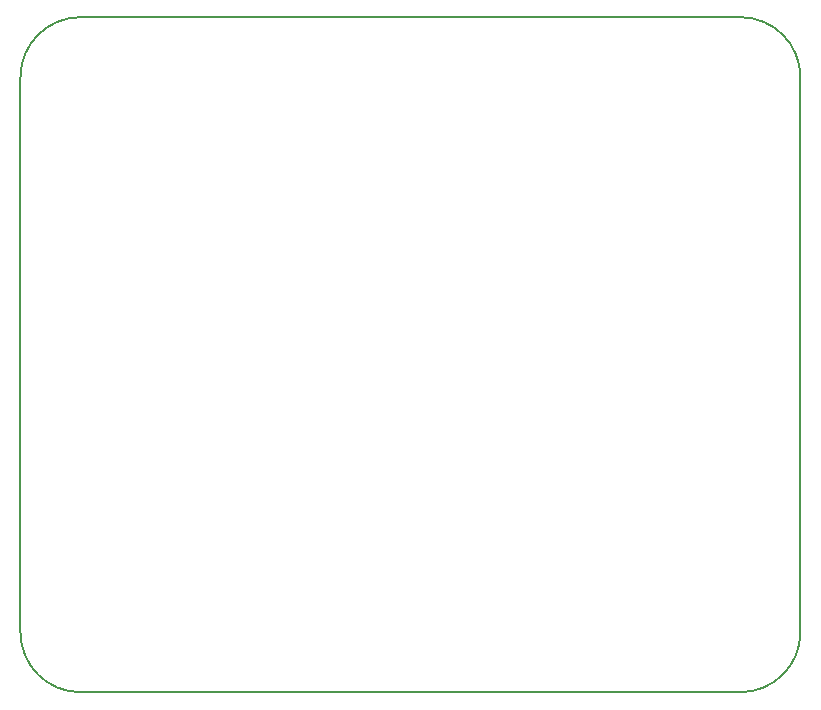
<source format=gbr>
G04 #@! TF.GenerationSoftware,KiCad,Pcbnew,(2018-01-11 revision 6f2beeb)-master*
G04 #@! TF.CreationDate,2018-01-15T15:50:05-06:00*
G04 #@! TF.ProjectId,minivol_led_encoder,6D696E69766F6C5F6C65645F656E636F,rev?*
G04 #@! TF.SameCoordinates,PX6ea0500PY7829b80*
G04 #@! TF.FileFunction,Profile,NP*
%FSLAX46Y46*%
G04 Gerber Fmt 4.6, Leading zero omitted, Abs format (unit mm)*
G04 Created by KiCad (PCBNEW (2018-01-11 revision 6f2beeb)-master) date Monday, January 15, 2018 'PMt' 03:50:05 PM*
%MOMM*%
%LPD*%
G01*
G04 APERTURE LIST*
%ADD10C,0.150000*%
G04 APERTURE END LIST*
D10*
X840000Y52340000D02*
G75*
G02X5920000Y57420000I5080000J0D01*
G01*
X5920000Y270000D02*
G75*
G02X840000Y5350000I0J5080000D01*
G01*
X66880000Y5350000D02*
G75*
G02X61800000Y270000I-5080000J0D01*
G01*
X61800000Y57420000D02*
G75*
G02X66880000Y52340000I0J-5080000D01*
G01*
X840000Y5350000D02*
X840000Y52340000D01*
X61800000Y270000D02*
X5920000Y270000D01*
X66880000Y52340000D02*
X66880000Y5350000D01*
X5920000Y57420000D02*
X61800000Y57420000D01*
M02*

</source>
